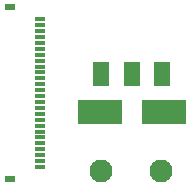
<source format=gbs>
G04*
G04 #@! TF.GenerationSoftware,Altium Limited,Altium Designer,23.10.1 (27)*
G04*
G04 Layer_Color=16711935*
%FSLAX25Y25*%
%MOIN*%
G70*
G04*
G04 #@! TF.SameCoordinates,C1A9210B-CA7C-4178-8FF3-1732785E61EF*
G04*
G04*
G04 #@! TF.FilePolarity,Negative*
G04*
G01*
G75*
%ADD18R,0.14724X0.08425*%
%ADD21R,0.03701X0.01732*%
%ADD22R,0.03701X0.02126*%
%ADD23R,0.05669X0.08425*%
%ADD24C,0.07638*%
D18*
X-10630Y-6299D02*
D03*
X10630D02*
D03*
D21*
X-30709Y-22638D02*
D03*
Y-20669D02*
D03*
Y-18701D02*
D03*
Y-14764D02*
D03*
Y-12795D02*
D03*
Y-10827D02*
D03*
Y-6890D02*
D03*
Y-4921D02*
D03*
Y-2953D02*
D03*
Y-984D02*
D03*
Y984D02*
D03*
Y2953D02*
D03*
Y4921D02*
D03*
Y6890D02*
D03*
Y10827D02*
D03*
Y12795D02*
D03*
Y14764D02*
D03*
Y18701D02*
D03*
Y20669D02*
D03*
Y22638D02*
D03*
Y-24606D02*
D03*
Y-16732D02*
D03*
Y-8858D02*
D03*
Y8858D02*
D03*
Y16732D02*
D03*
Y24606D02*
D03*
D22*
X-40551Y-28543D02*
D03*
Y28543D02*
D03*
D23*
X10236Y6299D02*
D03*
X-10236D02*
D03*
X0D02*
D03*
D24*
X9764Y-25984D02*
D03*
X-10236D02*
D03*
M02*

</source>
